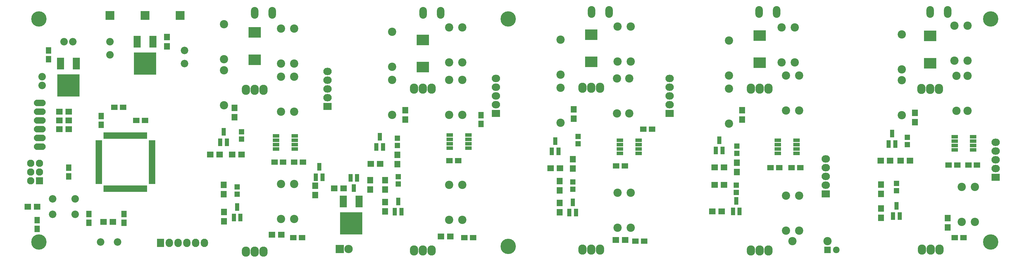
<source format=gts>
G04 #@! TF.FileFunction,Soldermask,Top*
%FSLAX46Y46*%
G04 Gerber Fmt 4.6, Leading zero omitted, Abs format (unit mm)*
G04 Created by KiCad (PCBNEW (2015-08-28 BZR 6132)-product) date Tuesday, October 27, 2015 'PMt' 02:37:42 PM*
%MOMM*%
G01*
G04 APERTURE LIST*
%ADD10C,0.100000*%
%ADD11C,2.178000*%
%ADD12R,1.650000X1.900000*%
%ADD13R,1.900000X1.650000*%
%ADD14R,2.127200X2.127200*%
%ADD15O,2.127200X2.127200*%
%ADD16R,1.598880X1.598880*%
%ADD17R,1.900000X0.700000*%
%ADD18R,0.700000X1.900000*%
%ADD19O,3.414980X1.906220*%
%ADD20R,2.635200X2.635200*%
%ADD21R,2.432000X2.127200*%
%ADD22O,2.432000X2.127200*%
%ADD23R,2.127200X2.432000*%
%ADD24O,2.127200X2.432000*%
%ADD25R,2.051000X3.448000*%
%ADD26R,6.496000X6.496000*%
%ADD27R,1.200100X2.200860*%
%ADD28R,1.700000X1.900000*%
%ADD29R,1.900000X1.700000*%
%ADD30R,3.600000X3.100000*%
%ADD31R,1.950000X1.000000*%
%ADD32R,2.432000X2.432000*%
%ADD33O,2.432000X2.432000*%
%ADD34C,2.398980*%
%ADD35C,4.464000*%
%ADD36O,2.432000X2.940000*%
%ADD37R,1.924000X1.924000*%
%ADD38C,1.924000*%
%ADD39O,2.178000X3.414980*%
G04 APERTURE END LIST*
D10*
D11*
X17399000Y-44704000D03*
X17399000Y-47244000D03*
X26289000Y-34544000D03*
X23749000Y-34544000D03*
D12*
X16002000Y-86380000D03*
X16002000Y-88880000D03*
X19304000Y-37104000D03*
X19304000Y-39604000D03*
X30988000Y-87102000D03*
X30988000Y-84602000D03*
X41148000Y-87102000D03*
X41148000Y-84602000D03*
D13*
X38374000Y-53594000D03*
X40874000Y-53594000D03*
D12*
X34544000Y-56154000D03*
X34544000Y-58654000D03*
X25146000Y-73640000D03*
X25146000Y-71140000D03*
D13*
X44724000Y-57404000D03*
X47224000Y-57404000D03*
X92944000Y-69469000D03*
X90444000Y-69469000D03*
X84729000Y-69469000D03*
X87229000Y-69469000D03*
D12*
X144526000Y-58400000D03*
X144526000Y-55900000D03*
D13*
X135402000Y-69088000D03*
X137902000Y-69088000D03*
X194036000Y-59944000D03*
X191536000Y-59944000D03*
X183662000Y-70612000D03*
X186162000Y-70612000D03*
X236962000Y-71120000D03*
X234462000Y-71120000D03*
X228366000Y-71120000D03*
X230866000Y-71120000D03*
X288143000Y-70358000D03*
X285643000Y-70358000D03*
X279928000Y-70358000D03*
X282428000Y-70358000D03*
D14*
X16637000Y-74930000D03*
D15*
X14097000Y-74930000D03*
X16637000Y-72390000D03*
X14097000Y-72390000D03*
X16637000Y-69850000D03*
X14097000Y-69850000D03*
D16*
X75184000Y-62771020D03*
X75184000Y-60672980D03*
X73914000Y-76674980D03*
X73914000Y-78773020D03*
X120269000Y-64676020D03*
X120269000Y-62577980D03*
X120523000Y-73753980D03*
X120523000Y-75852020D03*
X172593000Y-64168020D03*
X172593000Y-62069980D03*
X171069000Y-75277980D03*
X171069000Y-77376020D03*
X218567000Y-66962020D03*
X218567000Y-64863980D03*
X218440000Y-76166980D03*
X218440000Y-78265020D03*
X267970000Y-64422020D03*
X267970000Y-62323980D03*
X264795000Y-75658980D03*
X264795000Y-77757020D03*
D17*
X33829000Y-63469000D03*
X33829000Y-63969000D03*
X33829000Y-64469000D03*
X33829000Y-64969000D03*
X33829000Y-65469000D03*
X33829000Y-65969000D03*
X33829000Y-66469000D03*
X33829000Y-66969000D03*
X33829000Y-67469000D03*
X33829000Y-67969000D03*
X33829000Y-68469000D03*
X33829000Y-68969000D03*
X33829000Y-69469000D03*
X33829000Y-69969000D03*
X33829000Y-70469000D03*
X33829000Y-70969000D03*
X33829000Y-71469000D03*
X33829000Y-71969000D03*
X33829000Y-72469000D03*
X33829000Y-72969000D03*
X33829000Y-73469000D03*
X33829000Y-73969000D03*
X33829000Y-74469000D03*
X33829000Y-74969000D03*
X33829000Y-75469000D03*
D18*
X35529000Y-77169000D03*
X36029000Y-77169000D03*
X36529000Y-77169000D03*
X37029000Y-77169000D03*
X37529000Y-77169000D03*
X38029000Y-77169000D03*
X38529000Y-77169000D03*
X39029000Y-77169000D03*
X39529000Y-77169000D03*
X40029000Y-77169000D03*
X40529000Y-77169000D03*
X41029000Y-77169000D03*
X41529000Y-77169000D03*
X42029000Y-77169000D03*
X42529000Y-77169000D03*
X43029000Y-77169000D03*
X43529000Y-77169000D03*
X44029000Y-77169000D03*
X44529000Y-77169000D03*
X45029000Y-77169000D03*
X45529000Y-77169000D03*
X46029000Y-77169000D03*
X46529000Y-77169000D03*
X47029000Y-77169000D03*
X47529000Y-77169000D03*
D17*
X49229000Y-75469000D03*
X49229000Y-74969000D03*
X49229000Y-74469000D03*
X49229000Y-73969000D03*
X49229000Y-73469000D03*
X49229000Y-72969000D03*
X49229000Y-72469000D03*
X49229000Y-71969000D03*
X49229000Y-71469000D03*
X49229000Y-70969000D03*
X49229000Y-70469000D03*
X49229000Y-69969000D03*
X49229000Y-69469000D03*
X49229000Y-68969000D03*
X49229000Y-68469000D03*
X49229000Y-67969000D03*
X49229000Y-67469000D03*
X49229000Y-66969000D03*
X49229000Y-66469000D03*
X49229000Y-65969000D03*
X49229000Y-65469000D03*
X49229000Y-64969000D03*
X49229000Y-64469000D03*
X49229000Y-63969000D03*
X49229000Y-63469000D03*
D18*
X47529000Y-61769000D03*
X47029000Y-61769000D03*
X46529000Y-61769000D03*
X46029000Y-61769000D03*
X45529000Y-61769000D03*
X45029000Y-61769000D03*
X44529000Y-61769000D03*
X44029000Y-61769000D03*
X43529000Y-61769000D03*
X43029000Y-61769000D03*
X42529000Y-61769000D03*
X42029000Y-61769000D03*
X41529000Y-61769000D03*
X41029000Y-61769000D03*
X40529000Y-61769000D03*
X40029000Y-61769000D03*
X39529000Y-61769000D03*
X39029000Y-61769000D03*
X38529000Y-61769000D03*
X38029000Y-61769000D03*
X37529000Y-61769000D03*
X37029000Y-61769000D03*
X36529000Y-61769000D03*
X36029000Y-61769000D03*
X35529000Y-61769000D03*
D19*
X16764000Y-65024000D03*
X16764000Y-62484000D03*
X16764000Y-59944000D03*
X16764000Y-57404000D03*
X16764000Y-54864000D03*
X16764000Y-52324000D03*
D20*
X57404000Y-26924000D03*
D21*
X100076000Y-53340000D03*
D22*
X100076000Y-50800000D03*
X100076000Y-48260000D03*
X100076000Y-45720000D03*
X100076000Y-43180000D03*
D21*
X199136000Y-55372000D03*
D22*
X199136000Y-52832000D03*
X199136000Y-50292000D03*
X199136000Y-47752000D03*
X199136000Y-45212000D03*
D21*
X293497000Y-73914000D03*
D22*
X293497000Y-71374000D03*
X293497000Y-68834000D03*
X293497000Y-66294000D03*
X293497000Y-63754000D03*
D21*
X148844000Y-55372000D03*
D22*
X148844000Y-52832000D03*
X148844000Y-50292000D03*
X148844000Y-47752000D03*
X148844000Y-45212000D03*
D21*
X244348000Y-78740000D03*
D22*
X244348000Y-76200000D03*
X244348000Y-73660000D03*
X244348000Y-71120000D03*
X244348000Y-68580000D03*
D20*
X37084000Y-26924000D03*
X47244000Y-26924000D03*
D23*
X51689000Y-92964000D03*
D24*
X54229000Y-92964000D03*
X56769000Y-92964000D03*
X59309000Y-92964000D03*
X61849000Y-92964000D03*
X64389000Y-92964000D03*
D25*
X49530000Y-34544000D03*
D26*
X47244000Y-40894000D03*
D25*
X44958000Y-34544000D03*
D27*
X69027000Y-63731140D03*
X70927000Y-63731140D03*
X69977000Y-60728860D03*
X72964000Y-85575140D03*
X74864000Y-85575140D03*
X73914000Y-82572860D03*
X114239000Y-65128140D03*
X116139000Y-65128140D03*
X115189000Y-62125860D03*
X119573000Y-83924140D03*
X121473000Y-83924140D03*
X120523000Y-80921860D03*
X165039000Y-66398140D03*
X166939000Y-66398140D03*
X165989000Y-63395860D03*
X170119000Y-84178140D03*
X172019000Y-84178140D03*
X171069000Y-81175860D03*
X212537000Y-66144140D03*
X214437000Y-66144140D03*
X213487000Y-63141860D03*
X217490000Y-83797140D03*
X219390000Y-83797140D03*
X218440000Y-80794860D03*
X262575000Y-64239140D03*
X264475000Y-64239140D03*
X263525000Y-61236860D03*
X263845000Y-85194140D03*
X265745000Y-85194140D03*
X264795000Y-82191860D03*
D28*
X53594000Y-33194000D03*
X53594000Y-35894000D03*
D29*
X13255000Y-82423000D03*
X15955000Y-82423000D03*
X35226000Y-86868000D03*
X37926000Y-86868000D03*
X22399000Y-59944000D03*
X25099000Y-59944000D03*
X22399000Y-57404000D03*
X25099000Y-57404000D03*
X22399000Y-54864000D03*
X25099000Y-54864000D03*
X72437000Y-67310000D03*
X75137000Y-67310000D03*
X66087000Y-67310000D03*
X68787000Y-67310000D03*
D28*
X73152000Y-53768000D03*
X73152000Y-56468000D03*
X70104000Y-83994000D03*
X70104000Y-86694000D03*
D29*
X86694000Y-90551000D03*
X83994000Y-90551000D03*
D28*
X69977000Y-78820000D03*
X69977000Y-76120000D03*
X120269000Y-70057000D03*
X120269000Y-67357000D03*
D29*
X112569000Y-69977000D03*
X115269000Y-69977000D03*
D28*
X122555000Y-54403000D03*
X122555000Y-57103000D03*
X116713000Y-81073000D03*
X116713000Y-83773000D03*
D29*
X135589000Y-91059000D03*
X132889000Y-91059000D03*
D28*
X116713000Y-77423000D03*
X116713000Y-74723000D03*
D30*
X127635000Y-34023000D03*
X127635000Y-41923000D03*
D28*
X171069000Y-71327000D03*
X171069000Y-68627000D03*
D29*
X164639000Y-71247000D03*
X167339000Y-71247000D03*
D28*
X167259000Y-81327000D03*
X167259000Y-84027000D03*
X171323000Y-54149000D03*
X171323000Y-56849000D03*
D29*
X186262000Y-92075000D03*
X183562000Y-92075000D03*
D28*
X167259000Y-77677000D03*
X167259000Y-74977000D03*
D30*
X176403000Y-32499000D03*
X176403000Y-40399000D03*
D28*
X218567000Y-72343000D03*
X218567000Y-69643000D03*
D29*
X212137000Y-70993000D03*
X214837000Y-70993000D03*
X211502000Y-83820000D03*
X214202000Y-83820000D03*
X212137000Y-76073000D03*
X214837000Y-76073000D03*
D30*
X225171000Y-32753000D03*
X225171000Y-40653000D03*
D29*
X265985000Y-69088000D03*
X268685000Y-69088000D03*
X260270000Y-69088000D03*
X262970000Y-69088000D03*
D28*
X260350000Y-82978000D03*
X260350000Y-85678000D03*
X270129000Y-57865000D03*
X270129000Y-55165000D03*
X279654000Y-88472000D03*
X279654000Y-85772000D03*
X260350000Y-78693000D03*
X260350000Y-75993000D03*
D30*
X274574000Y-32880000D03*
X274574000Y-40780000D03*
D25*
X27305000Y-40894000D03*
D26*
X25019000Y-47244000D03*
D25*
X22733000Y-40894000D03*
D31*
X85184000Y-61849000D03*
X85184000Y-63119000D03*
X85184000Y-64389000D03*
X85184000Y-65659000D03*
X90584000Y-65659000D03*
X90584000Y-64389000D03*
X90584000Y-63119000D03*
X90584000Y-61849000D03*
X135476000Y-61595000D03*
X135476000Y-62865000D03*
X135476000Y-64135000D03*
X135476000Y-65405000D03*
X140876000Y-65405000D03*
X140876000Y-64135000D03*
X140876000Y-62865000D03*
X140876000Y-61595000D03*
X184752000Y-63119000D03*
X184752000Y-64389000D03*
X184752000Y-65659000D03*
X184752000Y-66929000D03*
X190152000Y-66929000D03*
X190152000Y-65659000D03*
X190152000Y-64389000D03*
X190152000Y-63119000D03*
X230472000Y-63119000D03*
X230472000Y-64389000D03*
X230472000Y-65659000D03*
X230472000Y-66929000D03*
X235872000Y-66929000D03*
X235872000Y-65659000D03*
X235872000Y-64389000D03*
X235872000Y-63119000D03*
X281653000Y-62103000D03*
X281653000Y-63373000D03*
X281653000Y-64643000D03*
X281653000Y-65913000D03*
X287053000Y-65913000D03*
X287053000Y-64643000D03*
X287053000Y-63373000D03*
X287053000Y-62103000D03*
D30*
X78994000Y-31864000D03*
X78994000Y-39764000D03*
D28*
X220091000Y-57103000D03*
X220091000Y-54403000D03*
D32*
X103632000Y-94742000D03*
D33*
X106172000Y-94742000D03*
D28*
X96520000Y-76374000D03*
X96520000Y-79074000D03*
D11*
X37084000Y-34544000D03*
X37084000Y-38354000D03*
X58674000Y-40894000D03*
X58674000Y-37084000D03*
D34*
X90424000Y-54864000D03*
X90424000Y-44704000D03*
X86614000Y-40894000D03*
X86614000Y-30734000D03*
X86614000Y-85979000D03*
X86614000Y-75819000D03*
X90424000Y-75819000D03*
X90424000Y-85979000D03*
X86614000Y-44704000D03*
X86614000Y-54864000D03*
X70104000Y-42799000D03*
X70104000Y-52959000D03*
X139065000Y-55753000D03*
X139065000Y-45593000D03*
X135255000Y-40513000D03*
X135255000Y-30353000D03*
X139065000Y-86233000D03*
X139065000Y-76073000D03*
X135255000Y-76073000D03*
X135255000Y-86233000D03*
X135255000Y-45593000D03*
X135255000Y-55753000D03*
X139065000Y-40513000D03*
X139065000Y-30353000D03*
X118745000Y-31623000D03*
X118745000Y-41783000D03*
X118745000Y-45593000D03*
X118745000Y-55753000D03*
X187452000Y-55372000D03*
X187452000Y-45212000D03*
X184023000Y-40259000D03*
X184023000Y-30099000D03*
X184023000Y-88519000D03*
X184023000Y-78359000D03*
X187833000Y-78359000D03*
X187833000Y-88519000D03*
X183896000Y-45212000D03*
X183896000Y-55372000D03*
X167513000Y-33909000D03*
X167513000Y-44069000D03*
X167513000Y-47879000D03*
X167513000Y-58039000D03*
X236601000Y-54483000D03*
X236601000Y-44323000D03*
X231521000Y-40513000D03*
X231521000Y-30353000D03*
X232791000Y-89408000D03*
X232791000Y-79248000D03*
X236601000Y-79248000D03*
X236601000Y-89408000D03*
X232791000Y-44323000D03*
X232791000Y-54483000D03*
X235331000Y-40513000D03*
X235331000Y-30353000D03*
X216281000Y-34163000D03*
X216281000Y-44323000D03*
X216281000Y-48133000D03*
X216281000Y-58293000D03*
X285369000Y-54610000D03*
X285369000Y-44450000D03*
X281559000Y-40005000D03*
X281559000Y-29845000D03*
X283718000Y-86868000D03*
X283718000Y-76708000D03*
X287528000Y-76708000D03*
X287528000Y-86868000D03*
X282194000Y-44450000D03*
X282194000Y-54610000D03*
X285369000Y-40005000D03*
X285369000Y-29845000D03*
X266319000Y-32385000D03*
X266319000Y-42545000D03*
X266319000Y-45720000D03*
X266319000Y-55880000D03*
X70104000Y-29464000D03*
X70104000Y-39624000D03*
X90424000Y-40894000D03*
X90424000Y-30734000D03*
D35*
X16510000Y-27940000D03*
X16510000Y-92710000D03*
X292100000Y-92710000D03*
X292100000Y-27940000D03*
X152400000Y-93980000D03*
X152400000Y-27940000D03*
D34*
X187833000Y-40259000D03*
X187833000Y-30099000D03*
D11*
X34389060Y-92710000D03*
X39270940Y-92710000D03*
X20499000Y-84673000D03*
X20499000Y-80173000D03*
X26999000Y-84673000D03*
X26999000Y-80173000D03*
D25*
X109220000Y-80899000D03*
D26*
X106934000Y-87249000D03*
D25*
X104648000Y-80899000D03*
D27*
X96713000Y-73891140D03*
X98613000Y-73891140D03*
X97663000Y-70888860D03*
X108646000Y-74063860D03*
X106746000Y-74063860D03*
X107696000Y-77066140D03*
D28*
X112395000Y-74723000D03*
X112395000Y-77423000D03*
D29*
X104728000Y-77089000D03*
X102028000Y-77089000D03*
D36*
X127635000Y-95123000D03*
X125095000Y-95123000D03*
X130175000Y-95123000D03*
X127635000Y-48133000D03*
X130175000Y-48133000D03*
X125095000Y-48133000D03*
X78994000Y-95504000D03*
X76454000Y-95504000D03*
X81534000Y-95504000D03*
X78994000Y-48514000D03*
X81534000Y-48514000D03*
X76454000Y-48514000D03*
X176403000Y-47879000D03*
X178943000Y-47879000D03*
X173863000Y-47879000D03*
X176403000Y-94869000D03*
X173863000Y-94869000D03*
X178943000Y-94869000D03*
X225171000Y-48133000D03*
X227711000Y-48133000D03*
X222631000Y-48133000D03*
X225171000Y-95123000D03*
X222631000Y-95123000D03*
X227711000Y-95123000D03*
X274574000Y-48260000D03*
X277114000Y-48260000D03*
X272034000Y-48260000D03*
X274701000Y-94869000D03*
X272161000Y-94869000D03*
X277241000Y-94869000D03*
D13*
X90190000Y-91440000D03*
X92690000Y-91440000D03*
X139720000Y-91440000D03*
X142220000Y-91440000D03*
X189250000Y-92456000D03*
X191750000Y-92456000D03*
X281706000Y-91440000D03*
X284206000Y-91440000D03*
D37*
X244856000Y-94996000D03*
D38*
X247356000Y-94996000D03*
D34*
X244856000Y-92456000D03*
X234696000Y-92456000D03*
D39*
X78994000Y-26162000D03*
X84074000Y-26162000D03*
X127762000Y-26162000D03*
X132842000Y-26162000D03*
X176530000Y-25908000D03*
X181610000Y-25908000D03*
X225044000Y-25908000D03*
X230124000Y-25908000D03*
X274574000Y-25908000D03*
X279654000Y-25908000D03*
M02*

</source>
